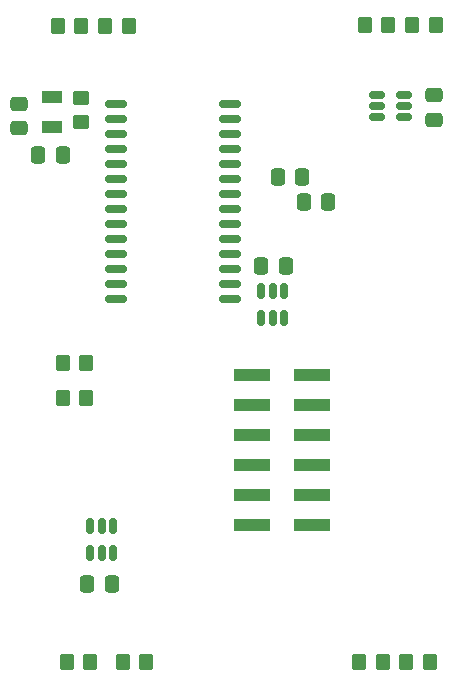
<source format=gbr>
%TF.GenerationSoftware,KiCad,Pcbnew,9.0.0*%
%TF.CreationDate,2025-05-12T15:29:59-04:00*%
%TF.ProjectId,design-files_TM,64657369-676e-42d6-9669-6c65735f544d,rev?*%
%TF.SameCoordinates,Original*%
%TF.FileFunction,Paste,Bot*%
%TF.FilePolarity,Positive*%
%FSLAX46Y46*%
G04 Gerber Fmt 4.6, Leading zero omitted, Abs format (unit mm)*
G04 Created by KiCad (PCBNEW 9.0.0) date 2025-05-12 15:29:59*
%MOMM*%
%LPD*%
G01*
G04 APERTURE LIST*
G04 Aperture macros list*
%AMRoundRect*
0 Rectangle with rounded corners*
0 $1 Rounding radius*
0 $2 $3 $4 $5 $6 $7 $8 $9 X,Y pos of 4 corners*
0 Add a 4 corners polygon primitive as box body*
4,1,4,$2,$3,$4,$5,$6,$7,$8,$9,$2,$3,0*
0 Add four circle primitives for the rounded corners*
1,1,$1+$1,$2,$3*
1,1,$1+$1,$4,$5*
1,1,$1+$1,$6,$7*
1,1,$1+$1,$8,$9*
0 Add four rect primitives between the rounded corners*
20,1,$1+$1,$2,$3,$4,$5,0*
20,1,$1+$1,$4,$5,$6,$7,0*
20,1,$1+$1,$6,$7,$8,$9,0*
20,1,$1+$1,$8,$9,$2,$3,0*%
G04 Aperture macros list end*
%ADD10R,3.150000X1.000000*%
%ADD11RoundRect,0.150000X0.512500X0.150000X-0.512500X0.150000X-0.512500X-0.150000X0.512500X-0.150000X0*%
%ADD12RoundRect,0.250000X0.337500X0.475000X-0.337500X0.475000X-0.337500X-0.475000X0.337500X-0.475000X0*%
%ADD13RoundRect,0.250000X0.350000X0.450000X-0.350000X0.450000X-0.350000X-0.450000X0.350000X-0.450000X0*%
%ADD14R,1.800000X1.000000*%
%ADD15RoundRect,0.150000X-0.150000X0.512500X-0.150000X-0.512500X0.150000X-0.512500X0.150000X0.512500X0*%
%ADD16RoundRect,0.250000X-0.475000X0.337500X-0.475000X-0.337500X0.475000X-0.337500X0.475000X0.337500X0*%
%ADD17RoundRect,0.250000X-0.450000X0.350000X-0.450000X-0.350000X0.450000X-0.350000X0.450000X0.350000X0*%
%ADD18RoundRect,0.150000X0.150000X-0.512500X0.150000X0.512500X-0.150000X0.512500X-0.150000X-0.512500X0*%
%ADD19RoundRect,0.250000X-0.337500X-0.475000X0.337500X-0.475000X0.337500X0.475000X-0.337500X0.475000X0*%
%ADD20RoundRect,0.150000X0.750000X0.150000X-0.750000X0.150000X-0.750000X-0.150000X0.750000X-0.150000X0*%
G04 APERTURE END LIST*
D10*
%TO.C,J1*%
X27500000Y-31670000D03*
X22450000Y-31670000D03*
X27500000Y-34210000D03*
X22450000Y-34210000D03*
X27500000Y-36750000D03*
X22450000Y-36750000D03*
X27500000Y-39290000D03*
X22450000Y-39290000D03*
X27500000Y-41830000D03*
X22450000Y-41830000D03*
X27500000Y-44370000D03*
X22450000Y-44370000D03*
%TD*%
D11*
%TO.C,U7*%
X35297500Y-7930000D03*
X35297500Y-8880000D03*
X35297500Y-9830000D03*
X33022500Y-9830000D03*
X33022500Y-8880000D03*
X33022500Y-7930000D03*
%TD*%
D12*
%TO.C,C8*%
X10567500Y-49340000D03*
X8492500Y-49340000D03*
%TD*%
D13*
%TO.C,R7*%
X33500000Y-56000000D03*
X31500000Y-56000000D03*
%TD*%
D12*
%TO.C,C2*%
X28907500Y-16990000D03*
X26832500Y-16990000D03*
%TD*%
D14*
%TO.C,Y1*%
X5500000Y-10650000D03*
X5500000Y-8150000D03*
%TD*%
D13*
%TO.C,R9*%
X12000000Y-2100000D03*
X10000000Y-2100000D03*
%TD*%
D12*
%TO.C,C3*%
X26697500Y-14940000D03*
X24622500Y-14940000D03*
%TD*%
D13*
%TO.C,R5*%
X8750000Y-56000000D03*
X6750000Y-56000000D03*
%TD*%
D15*
%TO.C,U8*%
X23250000Y-24582500D03*
X24200000Y-24582500D03*
X25150000Y-24582500D03*
X25150000Y-26857500D03*
X24200000Y-26857500D03*
X23250000Y-26857500D03*
%TD*%
D16*
%TO.C,C6*%
X37870000Y-7972500D03*
X37870000Y-10047500D03*
%TD*%
%TO.C,C4*%
X2750000Y-8712500D03*
X2750000Y-10787500D03*
%TD*%
D17*
%TO.C,R14*%
X8000000Y-8250000D03*
X8000000Y-10250000D03*
%TD*%
D18*
%TO.C,U9*%
X10670000Y-46767500D03*
X9720000Y-46767500D03*
X8770000Y-46767500D03*
X8770000Y-44492500D03*
X9720000Y-44492500D03*
X10670000Y-44492500D03*
%TD*%
D13*
%TO.C,R3*%
X8430000Y-33620000D03*
X6430000Y-33620000D03*
%TD*%
%TO.C,R10*%
X8000000Y-2100000D03*
X6000000Y-2100000D03*
%TD*%
%TO.C,R12*%
X34000000Y-2000000D03*
X32000000Y-2000000D03*
%TD*%
%TO.C,R6*%
X13500000Y-56000000D03*
X11500000Y-56000000D03*
%TD*%
%TO.C,R4*%
X8430000Y-30620000D03*
X6430000Y-30620000D03*
%TD*%
D12*
%TO.C,C5*%
X6437500Y-13010000D03*
X4362500Y-13010000D03*
%TD*%
D19*
%TO.C,C7*%
X23242500Y-22460000D03*
X25317500Y-22460000D03*
%TD*%
D20*
%TO.C,U5*%
X20550000Y-8745000D03*
X20550000Y-10015000D03*
X20550000Y-11285000D03*
X20550000Y-12555000D03*
X20550000Y-13825000D03*
X20550000Y-15095000D03*
X20550000Y-16365000D03*
X20550000Y-17635000D03*
X20550000Y-18905000D03*
X20550000Y-20175000D03*
X20550000Y-21445000D03*
X20550000Y-22715000D03*
X20550000Y-23985000D03*
X20550000Y-25255000D03*
X10950000Y-25255000D03*
X10950000Y-23985000D03*
X10950000Y-22715000D03*
X10950000Y-21445000D03*
X10950000Y-20175000D03*
X10950000Y-18905000D03*
X10950000Y-17635000D03*
X10950000Y-16365000D03*
X10950000Y-15095000D03*
X10950000Y-13825000D03*
X10950000Y-12555000D03*
X10950000Y-11285000D03*
X10950000Y-10015000D03*
X10950000Y-8745000D03*
%TD*%
D13*
%TO.C,R11*%
X38000000Y-2000000D03*
X36000000Y-2000000D03*
%TD*%
%TO.C,R8*%
X37500000Y-56000000D03*
X35500000Y-56000000D03*
%TD*%
M02*

</source>
